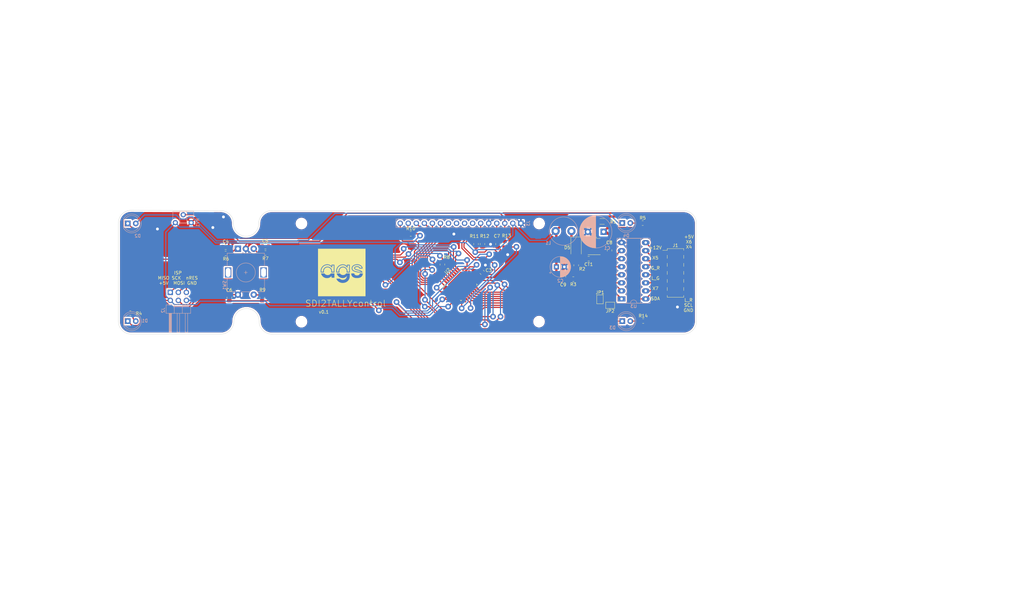
<source format=kicad_pcb>
(kicad_pcb (version 20211014) (generator pcbnew)

  (general
    (thickness 1.6)
  )

  (paper "A4")
  (title_block
    (title "TallySDOAdapter")
    (date "2023-11-07")
    (rev "0.1")
    (company "AGS")
    (comment 1 "Autor: Ferdi")
  )

  (layers
    (0 "F.Cu" signal)
    (31 "B.Cu" signal)
    (32 "B.Adhes" user "B.Adhesive")
    (33 "F.Adhes" user "F.Adhesive")
    (34 "B.Paste" user)
    (35 "F.Paste" user)
    (36 "B.SilkS" user "B.Silkscreen")
    (37 "F.SilkS" user "F.Silkscreen")
    (38 "B.Mask" user)
    (39 "F.Mask" user)
    (40 "Dwgs.User" user "User.Drawings")
    (41 "Cmts.User" user "User.Comments")
    (42 "Eco1.User" user "User.Eco1")
    (43 "Eco2.User" user "User.Eco2")
    (44 "Edge.Cuts" user)
    (45 "Margin" user)
    (46 "B.CrtYd" user "B.Courtyard")
    (47 "F.CrtYd" user "F.Courtyard")
    (48 "B.Fab" user)
    (49 "F.Fab" user)
    (50 "User.1" user)
    (51 "User.2" user)
    (52 "User.3" user)
    (53 "User.4" user)
    (54 "User.5" user)
    (55 "User.6" user)
    (56 "User.7" user)
    (57 "User.8" user)
    (58 "User.9" user)
  )

  (setup
    (stackup
      (layer "F.SilkS" (type "Top Silk Screen"))
      (layer "F.Paste" (type "Top Solder Paste"))
      (layer "F.Mask" (type "Top Solder Mask") (thickness 0.01))
      (layer "F.Cu" (type "copper") (thickness 0.035))
      (layer "dielectric 1" (type "core") (thickness 1.51) (material "FR4") (epsilon_r 4.5) (loss_tangent 0.02))
      (layer "B.Cu" (type "copper") (thickness 0.035))
      (layer "B.Mask" (type "Bottom Solder Mask") (thickness 0.01))
      (layer "B.Paste" (type "Bottom Solder Paste"))
      (layer "B.SilkS" (type "Bottom Silk Screen"))
      (copper_finish "None")
      (dielectric_constraints no)
    )
    (pad_to_mask_clearance 0)
    (pcbplotparams
      (layerselection 0x00010fc_ffffffff)
      (disableapertmacros false)
      (usegerberextensions true)
      (usegerberattributes true)
      (usegerberadvancedattributes true)
      (creategerberjobfile false)
      (svguseinch false)
      (svgprecision 6)
      (excludeedgelayer true)
      (plotframeref false)
      (viasonmask false)
      (mode 1)
      (useauxorigin false)
      (hpglpennumber 1)
      (hpglpenspeed 20)
      (hpglpendiameter 15.000000)
      (dxfpolygonmode true)
      (dxfimperialunits true)
      (dxfusepcbnewfont true)
      (psnegative false)
      (psa4output false)
      (plotreference true)
      (plotvalue false)
      (plotinvisibletext false)
      (sketchpadsonfab false)
      (subtractmaskfromsilk true)
      (outputformat 1)
      (mirror false)
      (drillshape 0)
      (scaleselection 1)
      (outputdirectory "fabrication/")
    )
  )

  (net 0 "")
  (net 1 "+12V")
  (net 2 "GND")
  (net 3 "+5V")
  (net 4 "ENC_A")
  (net 5 "ENC_B")
  (net 6 "BTN")
  (net 7 "Net-(C7-Pad1)")
  (net 8 "Net-(CT1-Pad1)")
  (net 9 "LED_GREEN_ONB")
  (net 10 "Net-(D1-Pad2)")
  (net 11 "LED_RED_ONB")
  (net 12 "Net-(D2-Pad2)")
  (net 13 "Net-(D3-Pad2)")
  (net 14 "Net-(D4-Pad2)")
  (net 15 "Net-(D5-Pad1)")
  (net 16 "LED_GREEN")
  (net 17 "LED_RED")
  (net 18 "GLUE_RED")
  (net 19 "X4")
  (net 20 "X5")
  (net 21 "SCL")
  (net 22 "SDA")
  (net 23 "X7")
  (net 24 "X6")
  (net 25 "nRES")
  (net 26 "LCD_RS")
  (net 27 "LCD_E")
  (net 28 "unconnected-(J3-Pad7)")
  (net 29 "unconnected-(J3-Pad8)")
  (net 30 "unconnected-(J3-Pad9)")
  (net 31 "unconnected-(J3-Pad10)")
  (net 32 "LCD_DB4")
  (net 33 "LCD_DB5")
  (net 34 "LCD_DB6")
  (net 35 "LCD_DB7")
  (net 36 "Net-(J3-Pad15)")
  (net 37 "LCD_BL")
  (net 38 "LCD_BLC")
  (net 39 "Net-(R1-Pad2)")
  (net 40 "Net-(R2-Pad1)")
  (net 41 "Net-(R6-Pad2)")
  (net 42 "Net-(R7-Pad2)")
  (net 43 "Net-(R9-Pad1)")
  (net 44 "LCD_V0")
  (net 45 "MISO_X5C")
  (net 46 "unconnected-(U2-Pad8)")
  (net 47 "LED_GRUEN_C")
  (net 48 "LED_ROT_C")
  (net 49 "GLUE_ROT_C")
  (net 50 "unconnected-(U2-Pad19)")
  (net 51 "unconnected-(U2-Pad20)")
  (net 52 "unconnected-(U2-Pad22)")
  (net 53 "SCK_X6C")
  (net 54 "MOSI_X4C")

  (footprint "Resistor_SMD:R_0805_2012Metric" (layer "F.Cu") (at 194.8434 106.3752 90))

  (footprint "Jumper:SolderJumper-2_P1.3mm_Open_TrianglePad1.0x1.5mm" (layer "F.Cu") (at 233.9848 123.8642 -90))

  (footprint "Capacitor_SMD:C_0805_2012Metric" (layer "F.Cu") (at 128.3106 107.2134 180))

  (footprint "Resistor_SMD:R_0805_2012Metric" (layer "F.Cu") (at 127.3048 123.3678 -90))

  (footprint "Resistor_SMD:R_0805_2012Metric" (layer "F.Cu") (at 184.2008 112.8522 -90))

  (footprint "Capacitor_SMD:C_0805_2012Metric" (layer "F.Cu") (at 230.4136 111.0234 180))

  (footprint "Resistor_SMD:R_0805_2012Metric" (layer "F.Cu") (at 85.6488 128.1684 180))

  (footprint "Diode_SMD:D_SMA" (layer "F.Cu") (at 226.4537 107.5497 -90))

  (footprint "Resistor_SMD:R_0805_2012Metric" (layer "F.Cu") (at 225.5539 117.475 180))

  (footprint "Connector_PinHeader_2.54mm:PinHeader_2x06_P2.54mm_Vertical_SMD" (layer "F.Cu") (at 257.81 115.4938))

  (footprint "MountingHole:MountingHole_2.7mm_M2.5" (layer "F.Cu") (at 139.7 99.8982))

  (footprint "Resistor_SMD:R_0805_2012Metric" (layer "F.Cu") (at 247.6265 130.7084))

  (footprint "Capacitor_SMD:C_0805_2012Metric" (layer "F.Cu") (at 222.4278 116.5962 -90))

  (footprint "Resistor_SMD:R_0805_2012Metric" (layer "F.Cu") (at 226.4791 113.0916 90))

  (footprint "ags_logo:ags_logo15x15" (layer "F.Cu") (at 152.4254 115.3668))

  (footprint "Resistor_SMD:R_0805_2012Metric" (layer "F.Cu") (at 128.3227 109.1946 180))

  (footprint "Resistor_SMD:R_0805_2012Metric" (layer "F.Cu") (at 203.8604 106.4006 -90))

  (footprint "Package_SO:SOIC-8_3.9x4.9mm_P1.27mm" (layer "F.Cu") (at 232.1321 107.1753))

  (footprint "Jumper:SolderJumper-2_P1.3mm_Open_TrianglePad1.0x1.5mm" (layer "F.Cu") (at 237.1968 125.73 180))

  (footprint "Capacitor_SMD:C_0805_2012Metric" (layer "F.Cu") (at 116.9162 123.3322 90))

  (footprint "Resistor_SMD:R_0805_2012Metric" (layer "F.Cu") (at 174.2186 103.1494))

  (footprint "Package_QFP:TQFP-32_7x7mm_P0.8mm" (layer "F.Cu") (at 190.082153 119.181361 45))

  (footprint "Capacitor_SMD:C_0805_2012Metric" (layer "F.Cu") (at 196.7738 115.316 -45))

  (footprint "Capacitor_SMD:C_0805_2012Metric" (layer "F.Cu") (at 201.7776 106.4006 -90))

  (footprint "Capacitor_SMD:C_0805_2012Metric" (layer "F.Cu") (at 237.0074 108.3818 90))

  (footprint "MountingHole:MountingHole_2.7mm_M2.5" (layer "F.Cu") (at 139.7 130.9116))

  (footprint "MountingHole:MountingHole_2.7mm_M2.5" (layer "F.Cu") (at 214.7316 130.8862))

  (footprint "Resistor_SMD:R_0805_2012Metric" (layer "F.Cu") (at 196.8754 106.3771 -90))

  (footprint "MountingHole:MountingHole_2.7mm_M2.5" (layer "F.Cu") (at 214.757 99.8982))

  (footprint "Resistor_SMD:R_0805_2012Metric" (layer "F.Cu") (at 115.7459 109.347))

  (footprint "Resistor_SMD:R_1206_3216Metric" (layer "F.Cu") (at 234.6559 99.2378 180))

  (footprint "Resistor_SMD:R_0805_2012Metric" (layer "F.Cu") (at 247.4741 99.7712))

  (footprint "Capacitor_SMD:C_0805_2012Metric" (layer "F.Cu") (at 115.763 107.3658))

  (footprint "LED_THT:LED_D5.0mm" (layer "B.Cu") (at 241.0156 99.7458))

  (footprint "Capacitor_THT:CP_Radial_D10.0mm_P5.00mm" (layer "B.Cu") (at 235.133277 102.5144 180))

  (footprint "Package_DIP:DIP-16_W7.62mm_Socket_LongPads" (layer "B.Cu") (at 240.802 123.708))

  (footprint "LED_THT:LED_D5.0mm" (layer "B.Cu") (at 84.831 130.7338))

  (footprint "LED_THT:LED_D5.0mm" (layer "B.Cu") (at 84.831 99.8728))

  (footprint "Connector_PinHeader_2.54mm:PinHeader_1x16_P2.54mm_Vertical" (layer "B.Cu") (at 208.9912 99.822 90))

  (footprint "Capacitor_THT:CP_Radial_D6.3mm_P2.50mm" (layer "B.Cu")
    (tedit 5AE50EF0) (tstamp 7f78636d-3495-4934-a46b-1654758fc688)
    (at 220.2072 113.5888)
    (descr "CP, Radial series, Radial, pin pitch=2.50mm, , diameter=6.3mm, Electrolytic Capacitor")
    (tags "CP Radial series Radial pin pitch 2.50mm  diameter 6.3mm Electrolytic Capacitor")
    (property "Sheetfile" "tallySdoAdapter.kicad_sch")
    (property "Sheetname" "")
    (path "/503b40bb-f0f0-441b-8090-01aba72b3016")
    (attr through_hole)
    (fp_text reference "C2" (at 1.25 4.4) (layer "B.SilkS")
      (effects (font (size 1 1) (thickness 0.15)) (justify mirror))
      (tstamp b2457d0d-0bd2-41cc-a67a-4a36a5af6b23)
    )
    (fp_text value "470u" (at 145.708646 17.9994) (layer "B.Fab")
      (effects (font (size 1 1) (thickness 0.15)) (justify mirror))
      (tstamp b2cfe940-c689-4129-a0b4-aad7a43fa068)
    )
    (fp_text user "${REFERENCE}" (at 145.708646 22.3994) (layer "B.Fab")
      (effects (font (size 1 1) (thickness 0.15)) (justify mirror))
      (tstamp 78d2af74-13eb-4709-b885-3c9b7b78516d)
    )
    (fp_line (start 2.371 3.033) (end 2.371 1.04) (layer "B.SilkS") (width 0.12) (tstamp 0400cc60-b978-47cb-bcea-764f49cd952c))
    (fp_line (start 1.81 -1.04) (end 1.81 -3.182) (layer "B.SilkS") (width 0.12) (tstamp 065faa6c-7b83-4f86-951c-2fa5e272b652))
    (fp_line (start 1.89 3.167) (end 1.89 1.04) (layer "B.SilkS") (width 0.12) (tstamp 07bbab94-8920-431c-b82d-ad4c3c8f450d))
    (fp_line (start 1.93 3.159) (end 1.93 1.04) (layer "B.SilkS") (width 0.12) (tstamp 09307290-7056-4cf5-9f96-f77a725767d4))
    (fp_line (start 2.731 -1.04) (end 2.731 -2.876) (layer "B.SilkS") (width 0.12) (tstamp 0a42de9a-26b1-49a8-848a-d8cb0c49a9f7))
    (fp_line (start 2.491 -1.04) (end 2.491 -2.986) (layer "B.SilkS") (width 0.12) (tstamp 0a9df7c7-5a50-44c4-9e53-40ab7d2cca53))
    (fp_line (start 2.771 2.856) (end 2.771 1.04) (layer "B.SilkS") (width 0.12) (tstamp 0e581eca-3d5c-4540-9663-0396000691be))
    (fp_line (start 3.091 -1.04) (end 3.091 -2.664) (layer "B.SilkS") (width 0.12) (tstamp 0f54974d-0b27-4568-bca0-2f1795dd82a1))
    (fp_line (start 3.251 2.548) (end 3.251 1.04) (layer "B.SilkS") (width 0.12) (tstamp 11325cc1-5cb0-47c6-a908-63bc9d9256aa))
    (fp_line (start 3.771 2.044) (end 3.771 -2.044) (layer "B.SilkS") (width 0.12) (tstamp 12a99ddf-687a-4b12-9cef-748b2db611ec))
    (fp_line (start 3.411 -1.04) (end 3.411 -2.416) (layer "B.SilkS") (width 0.12) (tstamp 17dfd7d7-f671-4dd5-b003-cd692d030f17))
    (fp_line (start 2.571 -1.04) (end 2.571 -2.952) (layer "B.SilkS") (width 0.12) (tstamp 19d1f119-e383-46b7-97e8-abda2c3d4564))
    (fp_line (start 1.77 -1.04) (end 1.77 -3.189) (layer "B.SilkS") (width 0.12) (tstamp 1a05ecf1-1220-406f-9b0e-f7d7038843fa))
    (fp_line (start 1.971 -1.04) (end 1.971 -3.15) (layer "B.SilkS") (width 0.12) (tstamp 1ad9ba0a-2e02-408a-a6d2-abba0176ea3d))
    (fp_line (start 2.371 -1.04) (end 2.371 -3.033) (layer "B.SilkS") (width 0.12) (tstamp 1b9d07bd-b09e-49d5-8f1d-2b874d346173))
    (fp_line (start 1.41 3.227) (end 1.41 -3.227) (layer "B.SilkS") (width 0.12) (tstamp 1e9ef182-cb29-4932-91a9-d91b7fce9749))
    (fp_line (start 2.891 -1.04) (end 2.891 -2.79) (layer "B.SilkS") (width 0.12) (tstamp 1eb8afe5-e6de-46c9-a386-a96bb22311c9))
    (fp_line (start 3.171 -1.04) (end 3.171 -2.607) (layer "B.SilkS") (width 0.12) (tstamp 289986b1-621e-46f7-8c3c-c844138c685e))
    (fp_line (start 1.85 3.175) (end 1.85 1.04) (layer "B.SilkS") (width 0.12) (tstamp 2c800314-7543-4c05-93a8-0e61ccf28c49))
    (fp_line (start 3.011 2.716) (end 3.011 1.04) (layer "B.SilkS") (width 0.12) (tstamp 2cd2b0bb-2528-4f54-910f-fc2973cb3bb1))
    (fp_line (start 2.491 2.986) (end 2.491 1.04) (layer "B.SilkS") (width 0.12) (tstamp 2dff073f-9f7e-416a-89c3-65508eac68ba))
    (fp_line (start 2.331 -1.04) (end 2.331 -3.047) (layer "B.SilkS") (width 0.12) (tstamp 34daa5a5-f2fe-4f4d-ad4d-091d9cb5c611))
    (fp_line (start 3.451 -1.04) (end 3.451 -2.38) (layer "B.SilkS") (width 0.12) (tstamp 37d773b6-f46d-4d5e-8834-df95fdf72f2b))
    (fp_line (start 2.851 -1.04) (end 2.851 -2.812) (layer "B.SilkS") (width 0.12) (tstamp 3aa9fe04-8242-4f39-8770-e0ba9509dd34))
    (fp_line (start 2.531 2.97) (end 2.531 1.04) (layer "B.SilkS") (width 0.12) (tstamp 3b864084-1d58-44d1-ae21-872d21fbb51e))
    (fp_line (start 3.451 2.38) (end 3.451 1.04) (layer "B.SilkS") (width 0.12) (tstamp 3c25b494-b027-422f-b7bc-d78d79ad8285))
    (fp_line (start 3.371 2.45) (end 3.371 1.04) (layer "B.SilkS") (width 0.12) (tstamp 3cfbfc54-e25b-46b4-9ece-5dfb8fa23b03))
    (fp_line (start 2.811 2.834) (end 2.811 1.04) (layer "B.SilkS") (width 0.12) (tstamp 3e5c38f4-b50b-4474-8a0c-4bf03e2858d8))
    (fp_line (start 2.691 -1.04) (end 2.691 -2.896) (layer "B.SilkS") (width 0.12) (tstamp 40482f95-7402-4091-9ece-7f92ab137cb4))
    (fp_line (start 3.131 2.636) (end 3.131 1.04) (layer "B.SilkS") (width 0.12) (tstamp 421c4f48-3667-451e-9f54-94627347b3aa))
    (fp_line (start 2.531 -1.04) (end 2.531 -2.97) (layer "B.SilkS") (width 0.12) (tstamp 447fc102-4b4c-4f69-a160-3a08c43ea678))
    (fp_line (start 3.131 -1.04) (end 3.131 -2.636) (layer "B.SilkS") (width 0.12) (tstamp 46169793-500f-41f9-acd9-9d41701f91ad))
    (fp_line (start 3.251 -1.04) (end 3.251 -2.548) (layer "B.SilkS") (width 0.12) (tstamp 479b3a64-f4ee-4c4f-b5f5-dea02c5d1d34))
    (fp_line (start 3.051 2.69) (end 3.051 1.04) (layer "B.SilkS") (width 0.12) (tstamp 4883058c-82c7-4640-b56c-caf6568ed23d))
    (fp_line (start 3.211 2.578) (end 3.211 1.04) (layer "B.SilkS") (width 0.12) (tstamp 48ebd4a5-7f65-43fd-9334-ba0c8a5f3952))
    (fp_line (start 1.53 -1.04) (end 1.53 -3.218) (layer "B.SilkS") (width 0.12) (tstamp 4950970e-c1a3-45c5-8042-8934686c9697))
    (fp_line (start 2.811 -1.04) (end 2.811 -2.834) (layer "B.SilkS") (width 0.12) (tstamp 4e097f15-a1e7-46a5-97cf-32066562078e))
    (fp_line (start 3.651 2.182) (end 3.651 -2.182) (layer "B.SilkS") (width 0.12) (tstamp 4edff7c2-bd89-4945-a610-1bfa927f33c7))
    (fp_line (start 2.651 -1.04) (end 2.651 -2.916) (layer "B.SilkS") (width 0.12) (tstamp 4fd54b33-5fe6-41f8-ad63-94edaef9c546))
    (fp_line (start 3.691 2.137) (end 3.691 -2.137) (layer "B.SilkS") (width 0.12) (tstamp 5492df09-3049-4bd9-a9a0-8f9c98bb312e))
    (fp_line (start 1.65 -1.04) (end 1.65 -3.206) (layer "B.SilkS") (width 0.12) (tstamp 565b6512-f86f-43d4-9d02-70bc3ea0a1aa))
    (fp_line (start 2.131 3.11) (end 2.131 1.04) (layer "B.SilkS") (width 0.12) (tstamp 56af0ec7-3533-4f29-ba19-30262803d13f))
    (fp_line (start 1.65 3.206) (end 1.65 1.04) (layer "B.SilkS") (width 0.12) (tstamp 59ef6ccd-87fa-4326-8acb-1944c9074be4))
    (fp_line (start 2.571 2.952) (end 2.571 1.04) (layer "B.SilkS") (width 0.12) (tstamp 5b75f7d7-0ac7-4199-b751-fe94f5011270))
    (fp_line (start 4.291 1.165) (end 4.291 -1.165) (layer "B.SilkS") (width 0.12) (tstamp 5bf5c173-ded9-4a67-a00f-0752d9d409f1))
    (fp_line (start 2.211 -1.04) (end 2.211 -3.086) (layer "B.SilkS") (width 0.12) (tstamp 5f523302-ab51-4570-a46a-07006b3ad8d8))
    (fp_line (start 2.931 -1.04) (end 2.931 -2.766) (layer "B.SilkS") (width 0.12) (tstamp 6216071e-615f-4bbe-b110-78c782f815c1))
    (fp_line (start 1.61 -1.04) (end 1.61 -3.211) (layer "B.SilkS") (width 0.12) (tstamp 63144072-760e-47cc-ba20-ad6e3be56446))
    (fp_line (start 1.73 3.195) (end 1.73 1.04) (layer "B.SilkS") (width 0.12) (tstamp 63ded6c9-6a69-4a58-83bf-66dd430ad484))
    (fp_line (start 3.491 -1.04) (end 3.491 -2.343) (layer "B.SilkS") (width 0.12) (tstamp 64cb48b5-33f8-4566-8038-f4d9a5d4b46e))
    (fp_line (start 4.491 0.402) (end 4.491 -0.402) (layer "B.SilkS") (width 0.12) (tstamp 667b6562-715c-484b-935d-8cec292c26dc))
    (fp_line (start 2.171 -1.04) (end 2.171 -3.098) (layer "B.SilkS") (width 0.12) (tstamp 6b447a9e-2366-4b41-a92a-16ae83f64858))
    (fp_line (start 1.49 -1.04) (end 1.49 -3.222) (layer "B.SilkS") (width 0.12) (tstamp 6b456c7c-5ada-4760-86f6-50bf509d21d6))
    (fp_line (start 3.291 -1.04) (end 3.291 -2.516) (layer "B.SilkS") (width 0.12) (tstamp 6c9a789f-ed4a-4a20-9516-13bfbd556f1b))
    (fp_line (start 4.051 1.65) (end 4.051 -1.65) (layer "B.SilkS") (width 0.12) (tstamp 6cb21e50-99f5-49f0-8037-ede6a5dd0b5d))
    (fp_line (start 2.171 3.098) (end 2.171 1.04) (layer "B.SilkS") (width 0.12) (tstamp 6e6c7238-f8a7-4a53-adee-7358ccf28456))
    (fp_line (start 3.371 -1.04) (end 3.371 -2.45) (layer "B.SilkS") (width 0.12) (tstamp 704cda25-d7d8-4954-bc94-6cedb7ec0e04))
    (fp_line (start 2.211 3.086) (end 2.211 1.04) (layer "B.SilkS") (width 0.12) (tstamp 744e6bdf-9d65-44c1-8ffd-a17c0e4da340))
    (fp_line (start 3.331 -1.04) (end 3.331 -2.484) (layer "B.SilkS") (width 0.12) (tstamp 749bf168-8a0f-45cb-a115-60b2a5745c77))
    (fp_line (start 2.131 -1.04) (end 2.131 -3.11) (layer "B.SilkS") (width 0.12) (tstamp 759bad6c-8fe3-476b-810d-4531cfb733ea))
    (fp_line (start 1.93 -1.04) (end 1.93 -3.159) (layer "B.SilkS") (width 0.12) (tstamp 75f3b8ff-a90e-4dde-a56c-524b63010505))
    (fp_line (start 2.011 -1.04) (end 2.011 -3.141) (layer "B.SilkS") (width 0.12) (tstamp 76256e1b-a833-4301-ace7-6a0cbfcb642a))
    (fp_line (start 3.211 -1.04) (end 3.211 -2.578) (layer "B.SilkS") (width 0.12) (tstamp 767ad0a1-3c4e-4d2b-9f8e-1b2e5d804108))
    (fp_line (start 3.731 2.092) (end 3.731 -2.092) (layer "B.SilkS") (width 0.12) (tstamp 772d69da-265d-402d-8046-f470d07880c5))
    (fp_line (start 4.371 0.94) (end 4.371 -0.94) (layer "B.SilkS") (width 0.12) (tstamp 779bf50d-61c0-4091-b92f-dccf8bb5cb6c))
    (fp_line (start 3.411 2.416) (end 3.411 1.04) (layer "B.SilkS") (width 0.12) (tstamp 78904425-6cdf-41e9-a93c-ed3dc17fcb19))
    (fp_line (start 2.411 -1.04) (end 2.411 -3.018) (layer "B.SilkS") (width 0.12) (tstamp 7a4e3ef3-5be2-4e97-b2ae-f6c8c13706d6))
    (fp_line (start 3.531 2.305) (end 3.531 1.04) (layer "B.SilkS") (width 0.12) (tstamp 7b2c9f2b-1e99-4248-8231-15a44605d2f3))
    (fp_line (start 2.451 3.002) (end 2.451 1.04) (layer "B.SilkS") (width 0.12) (tstamp 7f84302a-2314-4d79-8e3d-83703bb1c208))
    (fp_line (start 1.971 3.15) (end 1.971 1.04) (layer "B.SilkS") (width 0.12) (tstamp 816cad73-5a82-4689-9219-749bacc75af6))
    (fp_line (start 1.77 3.189) (end 1.77 1.04) (layer "B.SilkS") (width 0.12) (tstamp 824637e9-d7e0-4f07-acd3-5edc56159911))
    (fp_line (start 2.331 3.047) (end 2.331 1.04) (layer "B.SilkS") (width 0.12) (tstamp 83894622-8d0f-482a-96c3-6e5e868ec959))
    (fp_line (start 2.411 3.018) (end 2.411 1.04) (layer "B.SilkS") (width 0.12) (tstamp 84650358-be8d-4579-a668-4438151a9149))
    (fp_line (start 1.69 -1.04) (end 1.69 -3.201) (layer "B.SilkS") (width 0.12) (tstamp 905ccaa5-4b10-493e-8590-d54b54e7933c))
    (fp_line (start -2.250241 1.839) (end -1.620241 1.839) (layer "B.SilkS") (width 0.12) (tstamp 9098744a-fd17-4079-ae73-8769cf82a66a))
    (fp_line (start 1.69 3.201) (end 1.69 1.04) (layer "B.SilkS") (width 0.12) (tstamp 915c89af-83b6-4e1c-a0dd-f8c85bfa0f0b))
    (fp_line (start 3.531 -1.04) (end 3.531 -2.305) (layer "B.SilkS") (width 0.12) (tstamp 929e1451-3514-415e-b439-c0dfd61a2663))
    (fp_line (start 4.331 1.059) (end 4.331 -1.059) (layer "B.SilkS") (width 0.12) (tstamp 93587405-7210-45fb-879d-9d5ee69a68bc))
    (fp_line (start 4.211 1.35) (end 4.211 -1.35) (layer "B.SilkS") (width 0.12) (tstamp 939ddda3-db76-4e67-8c3f-cf5a5cb2df5b))
    (fp_line (start 2.451 -1.04) (end 2.451 -3.002) (layer "B.SilkS") (width 0.12) (tstamp 93d2c23d-1e30-41ae-9797-3d1459f214fa))
    (fp_line (start -1.935241 2.154) (end -1.935241 1.524) (layer "B.SilkS") (width 0.12) (tstamp 9561b93c-12c3-44bb-9545-8fd4abae5f51))
    (fp_line (start 3.291 2.516) (end 3.291 1.04) (layer "B.SilkS") (width 0.12) (tstamp 973f5b67-2f5a-42ab-b0e2-204cdccd694d))
    (fp_line (start 2.971 2.742) (end 2.971 1.04) (layer "B.SilkS") (width 0.12) (tstamp 97b2ff1c-a6fc-45a9-a375-6ee5c12a54f4))
    (fp_line (start 3.091 2.664) (end 3.091 1.04) (layer "B.SilkS") (width 0.12) (tstamp 993f5bed-e80f-42d3-9bcc-db24ee189a29))
    (fp_line (start 3.851 1.944) (end 3.851 -1.944) (layer "B.SilkS") (width 0.12) (tstamp 9b7c4099-0a8b-4e8a-9a11-4d8f501703dc))
    (fp_line (start 1.29 3.23) (end 1.29 -3.23) (layer "B.SilkS") (width 0.12) (tstamp 9d97b6a8-89a2-4af2-a455-d26bc7f0d3a3))
    (fp_line (start 3.491 2.343) (end 3.491 1.04) (layer "B.SilkS") (width 0.12) (tstamp a051be16-0907-4d91-84fe-95f4021bb9d2))
    (fp_line (start 3.971 1.776) (end 3.971 -1.776) (layer "B.SilkS") (width 0.12) (tstamp a07befa3-c96d-42c1-a683-be6b2526ddf6))
    (fp_line (start 2.851 2.812) (end 2.851 1.04) (layer "B.SilkS") (width 0.12) (tstamp a568fc1f-cb00-462e-93c3-eb342793016f))
    (fp_line (start 3.931 1.834) (end 3.931 -1.834) (layer "B.SilkS") (width 0.12) (tstamp a695b46c-b5c3-4bda-b54d-8d07f957ebe9))
    (fp_line (start 2.651 2.916) (end 2.651 1.04) (layer "B.SilkS") (width 0.12) (tstamp a74329ed-345e-483a-952d-badd4c2b6c67))
    (fp_line (start 4.171 1.432) (end 4.171 -1.432) (layer "B.SilkS") (width 0.12) (tstamp a96071fe-9976-4044-879c-6baeeb33a909))
    (fp_line (start 3.171 2.607) (end 3.171 1.04) (layer "B.SilkS") (width 0.12) (tstamp ad25f249-229a-4470-a29c-02f49d7c1308))
    (fp_line (start 1.81 3.182) (end 1.81 1.04) (layer "B.SilkS") (width 0.12) (tstamp ad66b189-b877-4c56-b979-b39e8405803f))
    (fp_line (start 3.811 1.995) (end 3.811 -1.995) (layer "B.SilkS") (width 0.12) (tstamp af54e618-869b-4acd-8cc3-106baaa11797))
    (fp_line (start 2.011 3.141) (end 2.011 1.04) (layer "B.SilkS") (width 0.12) (tstamp b4d4a0a9-e9f4-4854-b5a9-2c57c9321636))
    (fp_line (start 2.891 2.79) (end 2.891 1.04) (layer "B.SilkS") (width 0.12) (tstamp b5f11a13-bf8c-42bd-aaf4-cfca67fac430))
    (fp_line (start 2.611 -1.04) (end 2.611 -2.934) (layer "B.SilkS")
... [1297238 chars truncated]
</source>
